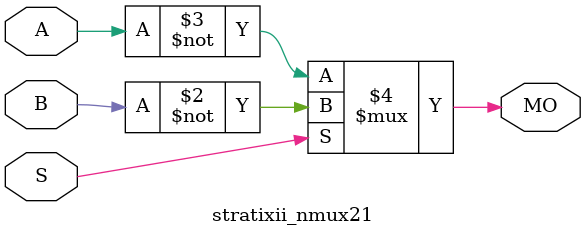
<source format=v>
module stratixii_nmux21 (MO, A, B, S);
   input A, B, S; 
   output MO; 
   assign MO = (S == 1) ? ~B : ~A; 
endmodule
</source>
